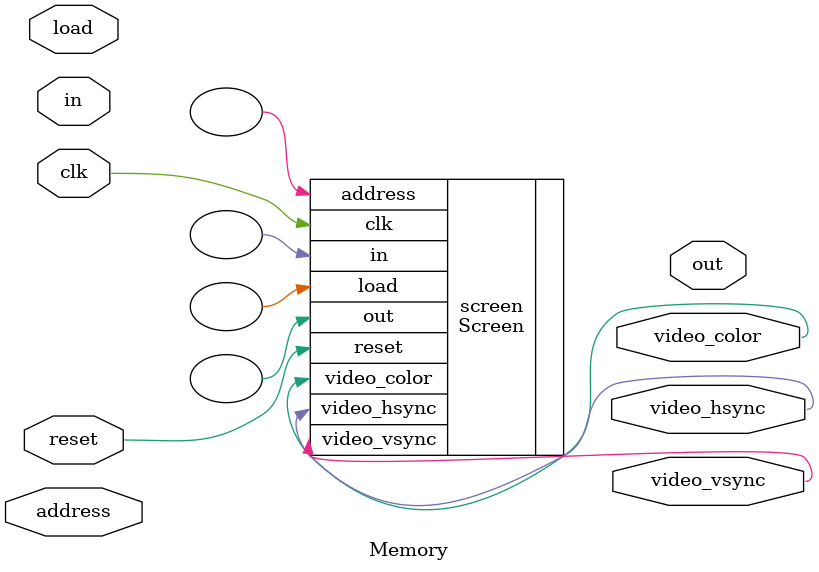
<source format=v>
module Memory
(
    input clk,
    input reset,

    input [15:0] in,
    input [14:0] address,
    input load,
    output [15:0] out,

    // Not part of original Hack specification.
    // Passthrough for Screen's video.
    output video_color,
    output video_hsync,
    output video_vsync
);

Screen screen
(
    .clk(clk),
    .reset(reset),

    // TODO
    .in(),
    .address(),
    .load(),

    // TODO
    .out(),

    .video_color(video_color),
    .video_hsync(video_hsync),
    .video_vsync(video_vsync)
);

endmodule

</source>
